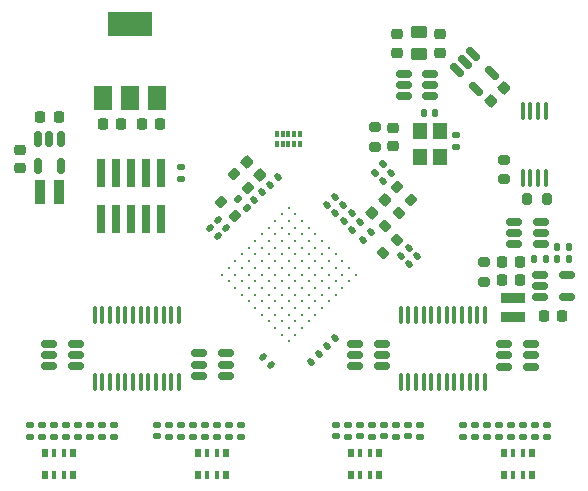
<source format=gbr>
%TF.GenerationSoftware,KiCad,Pcbnew,7.0.6*%
%TF.CreationDate,2023-10-15T13:38:33+02:00*%
%TF.ProjectId,fx3lahw,6678336c-6168-4772-9e6b-696361645f70,rev?*%
%TF.SameCoordinates,Original*%
%TF.FileFunction,Paste,Top*%
%TF.FilePolarity,Positive*%
%FSLAX46Y46*%
G04 Gerber Fmt 4.6, Leading zero omitted, Abs format (unit mm)*
G04 Created by KiCad (PCBNEW 7.0.6) date 2023-10-15 13:38:33*
%MOMM*%
%LPD*%
G01*
G04 APERTURE LIST*
G04 Aperture macros list*
%AMRoundRect*
0 Rectangle with rounded corners*
0 $1 Rounding radius*
0 $2 $3 $4 $5 $6 $7 $8 $9 X,Y pos of 4 corners*
0 Add a 4 corners polygon primitive as box body*
4,1,4,$2,$3,$4,$5,$6,$7,$8,$9,$2,$3,0*
0 Add four circle primitives for the rounded corners*
1,1,$1+$1,$2,$3*
1,1,$1+$1,$4,$5*
1,1,$1+$1,$6,$7*
1,1,$1+$1,$8,$9*
0 Add four rect primitives between the rounded corners*
20,1,$1+$1,$2,$3,$4,$5,0*
20,1,$1+$1,$4,$5,$6,$7,0*
20,1,$1+$1,$6,$7,$8,$9,0*
20,1,$1+$1,$8,$9,$2,$3,0*%
G04 Aperture macros list end*
%ADD10RoundRect,0.140000X0.219203X0.021213X0.021213X0.219203X-0.219203X-0.021213X-0.021213X-0.219203X0*%
%ADD11RoundRect,0.135000X-0.135000X-0.185000X0.135000X-0.185000X0.135000X0.185000X-0.135000X0.185000X0*%
%ADD12RoundRect,0.140000X-0.140000X-0.170000X0.140000X-0.170000X0.140000X0.170000X-0.140000X0.170000X0*%
%ADD13RoundRect,0.140000X0.021213X-0.219203X0.219203X-0.021213X-0.021213X0.219203X-0.219203X0.021213X0*%
%ADD14R,1.500000X2.000000*%
%ADD15R,3.800000X2.000000*%
%ADD16RoundRect,0.150000X0.512500X0.150000X-0.512500X0.150000X-0.512500X-0.150000X0.512500X-0.150000X0*%
%ADD17R,0.300000X0.550000*%
%ADD18R,0.400000X0.550000*%
%ADD19RoundRect,0.150000X-0.512500X-0.150000X0.512500X-0.150000X0.512500X0.150000X-0.512500X0.150000X0*%
%ADD20C,0.320200*%
%ADD21RoundRect,0.135000X0.185000X-0.135000X0.185000X0.135000X-0.185000X0.135000X-0.185000X-0.135000X0*%
%ADD22RoundRect,0.140000X0.170000X-0.140000X0.170000X0.140000X-0.170000X0.140000X-0.170000X-0.140000X0*%
%ADD23RoundRect,0.135000X0.135000X0.185000X-0.135000X0.185000X-0.135000X-0.185000X0.135000X-0.185000X0*%
%ADD24RoundRect,0.100000X-0.100000X0.637500X-0.100000X-0.637500X0.100000X-0.637500X0.100000X0.637500X0*%
%ADD25R,0.500000X0.800000*%
%ADD26R,0.400000X0.800000*%
%ADD27RoundRect,0.200000X0.053033X-0.335876X0.335876X-0.053033X-0.053033X0.335876X-0.335876X0.053033X0*%
%ADD28RoundRect,0.225000X-0.017678X0.335876X-0.335876X0.017678X0.017678X-0.335876X0.335876X-0.017678X0*%
%ADD29R,2.000000X0.850000*%
%ADD30RoundRect,0.140000X-0.021213X0.219203X-0.219203X0.021213X0.021213X-0.219203X0.219203X-0.021213X0*%
%ADD31RoundRect,0.135000X-0.035355X0.226274X-0.226274X0.035355X0.035355X-0.226274X0.226274X-0.035355X0*%
%ADD32RoundRect,0.225000X0.225000X0.250000X-0.225000X0.250000X-0.225000X-0.250000X0.225000X-0.250000X0*%
%ADD33RoundRect,0.200000X0.200000X0.275000X-0.200000X0.275000X-0.200000X-0.275000X0.200000X-0.275000X0*%
%ADD34RoundRect,0.200000X-0.275000X0.200000X-0.275000X-0.200000X0.275000X-0.200000X0.275000X0.200000X0*%
%ADD35RoundRect,0.225000X-0.225000X-0.250000X0.225000X-0.250000X0.225000X0.250000X-0.225000X0.250000X0*%
%ADD36RoundRect,0.200000X0.335876X0.053033X0.053033X0.335876X-0.335876X-0.053033X-0.053033X-0.335876X0*%
%ADD37R,0.850000X2.000000*%
%ADD38RoundRect,0.225000X0.250000X-0.225000X0.250000X0.225000X-0.250000X0.225000X-0.250000X-0.225000X0*%
%ADD39RoundRect,0.135000X0.226274X0.035355X0.035355X0.226274X-0.226274X-0.035355X-0.035355X-0.226274X0*%
%ADD40RoundRect,0.225000X0.017678X-0.335876X0.335876X-0.017678X-0.017678X0.335876X-0.335876X0.017678X0*%
%ADD41RoundRect,0.225000X0.335876X0.017678X0.017678X0.335876X-0.335876X-0.017678X-0.017678X-0.335876X0*%
%ADD42RoundRect,0.250000X0.450000X-0.262500X0.450000X0.262500X-0.450000X0.262500X-0.450000X-0.262500X0*%
%ADD43R,0.740000X2.400000*%
%ADD44RoundRect,0.225000X-0.250000X0.225000X-0.250000X-0.225000X0.250000X-0.225000X0.250000X0.225000X0*%
%ADD45R,1.200000X1.400000*%
%ADD46RoundRect,0.135000X-0.185000X0.135000X-0.185000X-0.135000X0.185000X-0.135000X0.185000X0.135000X0*%
%ADD47RoundRect,0.150000X-0.468458X0.256326X0.256326X-0.468458X0.468458X-0.256326X-0.256326X0.468458X0*%
%ADD48RoundRect,0.140000X-0.219203X-0.021213X-0.021213X-0.219203X0.219203X0.021213X0.021213X0.219203X0*%
%ADD49RoundRect,0.150000X-0.150000X0.512500X-0.150000X-0.512500X0.150000X-0.512500X0.150000X0.512500X0*%
%ADD50RoundRect,0.200000X-0.335876X-0.053033X-0.053033X-0.335876X0.335876X0.053033X0.053033X0.335876X0*%
G04 APERTURE END LIST*
D10*
%TO.C,C13*%
X76989411Y-166989411D03*
X76310589Y-166310589D03*
%TD*%
D11*
%TO.C,R6*%
X103052500Y-169634000D03*
X104072500Y-169634000D03*
%TD*%
D12*
%TO.C,C1*%
X93720000Y-157300000D03*
X94680000Y-157300000D03*
%TD*%
D13*
%TO.C,C14*%
X79360589Y-164639411D03*
X80039411Y-163960589D03*
%TD*%
D14*
%TO.C,U8*%
X66509000Y-156016000D03*
X68809000Y-156016000D03*
D15*
X68809000Y-149716000D03*
D14*
X71109000Y-156016000D03*
%TD*%
D16*
%TO.C,U10*%
X103603500Y-168376000D03*
X103603500Y-167426000D03*
X103603500Y-166476000D03*
X101328500Y-166476000D03*
X101328500Y-167426000D03*
X101328500Y-168376000D03*
%TD*%
D17*
%TO.C,U3*%
X83235000Y-159099000D03*
X82735000Y-159099000D03*
D18*
X82235000Y-159099000D03*
D17*
X81735000Y-159099000D03*
X81235000Y-159099000D03*
X81235000Y-159869000D03*
X81735000Y-159869000D03*
D18*
X82235000Y-159869000D03*
D17*
X82735000Y-159869000D03*
X83235000Y-159869000D03*
%TD*%
D19*
%TO.C,U13*%
X74697500Y-177634000D03*
X74697500Y-178584000D03*
X74697500Y-179534000D03*
X76972500Y-179534000D03*
X76972500Y-178584000D03*
X76972500Y-177634000D03*
%TD*%
D20*
%TO.C,U1*%
X82266000Y-165300517D03*
X82831685Y-165866202D03*
X83397371Y-166431888D03*
X83963056Y-166997573D03*
X84528742Y-167563258D03*
X85094427Y-168128944D03*
X85660113Y-168694629D03*
X86225798Y-169260315D03*
X86791483Y-169826000D03*
X87357169Y-170391686D03*
X87922854Y-170957371D03*
X81700315Y-165866202D03*
X82266000Y-166431888D03*
X82831685Y-166997573D03*
X83397371Y-167563258D03*
X83963056Y-168128944D03*
X84528742Y-168694629D03*
X85094427Y-169260315D03*
X85660113Y-169826000D03*
X86225798Y-170391686D03*
X86791483Y-170957371D03*
X87357169Y-171523056D03*
X81134629Y-166431888D03*
X81700315Y-166997573D03*
X82266000Y-167563258D03*
X82831685Y-168128944D03*
X83397371Y-168694629D03*
X83963056Y-169260315D03*
X84528742Y-169826000D03*
X85094427Y-170391686D03*
X85660113Y-170957371D03*
X86225798Y-171523056D03*
X86791483Y-172088742D03*
X80568944Y-166997573D03*
X81134629Y-167563258D03*
X81700315Y-168128944D03*
X82266000Y-168694629D03*
X82831685Y-169260315D03*
X83397371Y-169826000D03*
X83963056Y-170391686D03*
X84528742Y-170957371D03*
X85094427Y-171523056D03*
X85660113Y-172088742D03*
X86225798Y-172654427D03*
X80003258Y-167563258D03*
X80568944Y-168128944D03*
X81134629Y-168694629D03*
X81700315Y-169260315D03*
X82266000Y-169826000D03*
X82831685Y-170391686D03*
X83397371Y-170957371D03*
X83963056Y-171523056D03*
X84528742Y-172088742D03*
X85094427Y-172654427D03*
X85660113Y-173220113D03*
X79437573Y-168128944D03*
X80003258Y-168694629D03*
X80568944Y-169260315D03*
X81134629Y-169826000D03*
X81700315Y-170391686D03*
X82266000Y-170957371D03*
X82831685Y-171523056D03*
X83397371Y-172088742D03*
X83963056Y-172654427D03*
X84528742Y-173220113D03*
X85094427Y-173785798D03*
X78871887Y-168694629D03*
X79437573Y-169260315D03*
X80003258Y-169826000D03*
X80568944Y-170391686D03*
X81134629Y-170957371D03*
X81700315Y-171523056D03*
X82266000Y-172088742D03*
X82831685Y-172654427D03*
X83397371Y-173220113D03*
X83963056Y-173785798D03*
X84528742Y-174351484D03*
X78306202Y-169260315D03*
X78871887Y-169826000D03*
X79437573Y-170391686D03*
X80003258Y-170957371D03*
X80568944Y-171523056D03*
X81134629Y-172088742D03*
X81700315Y-172654427D03*
X82266000Y-173220113D03*
X82831685Y-173785798D03*
X83397371Y-174351484D03*
X83963056Y-174917169D03*
X77740517Y-169826000D03*
X78306202Y-170391686D03*
X78871887Y-170957371D03*
X79437573Y-171523056D03*
X80003258Y-172088742D03*
X80568944Y-172654427D03*
X81134629Y-173220113D03*
X81700315Y-173785798D03*
X82266000Y-174351484D03*
X82831685Y-174917169D03*
X83397371Y-175482854D03*
X77174831Y-170391686D03*
X77740517Y-170957371D03*
X78306202Y-171523056D03*
X78871887Y-172088742D03*
X79437573Y-172654427D03*
X80003258Y-173220113D03*
X80568944Y-173785798D03*
X81134629Y-174351484D03*
X81700315Y-174917169D03*
X82266000Y-175482854D03*
X82831685Y-176048540D03*
X76609146Y-170957371D03*
X77174831Y-171523056D03*
X77740517Y-172088742D03*
X78306202Y-172654427D03*
X78871887Y-173220113D03*
X79437573Y-173785798D03*
X80003258Y-174351484D03*
X80568944Y-174917169D03*
X81134629Y-175482854D03*
X81700315Y-176048540D03*
X82266000Y-176614225D03*
%TD*%
D21*
%TO.C,R15*%
X78200000Y-184710000D03*
X78200000Y-183690000D03*
%TD*%
D22*
%TO.C,C43*%
X73120000Y-184680000D03*
X73120000Y-183720000D03*
%TD*%
%TO.C,C47*%
X88310001Y-184650001D03*
X88310001Y-183690001D03*
%TD*%
%TO.C,C37*%
X60368000Y-184680000D03*
X60368000Y-183720000D03*
%TD*%
D23*
%TO.C,R8*%
X105976000Y-168634000D03*
X104956000Y-168634000D03*
%TD*%
D21*
%TO.C,R25*%
X102068000Y-184710000D03*
X102068000Y-183690000D03*
%TD*%
D22*
%TO.C,C52*%
X101052000Y-184680000D03*
X101052000Y-183720000D03*
%TD*%
%TO.C,C39*%
X66464000Y-184680000D03*
X66464000Y-183720000D03*
%TD*%
%TO.C,C46*%
X92374001Y-184650001D03*
X92374001Y-183690001D03*
%TD*%
D24*
%TO.C,U7*%
X98891001Y-174355500D03*
X98241001Y-174355500D03*
X97591001Y-174355500D03*
X96941001Y-174355500D03*
X96291001Y-174355500D03*
X95641001Y-174355500D03*
X94991001Y-174355500D03*
X94341001Y-174355500D03*
X93691001Y-174355500D03*
X93041001Y-174355500D03*
X92391001Y-174355500D03*
X91741001Y-174355500D03*
X91741001Y-180080500D03*
X92391001Y-180080500D03*
X93041001Y-180080500D03*
X93691001Y-180080500D03*
X94341001Y-180080500D03*
X94991001Y-180080500D03*
X95641001Y-180080500D03*
X96291001Y-180080500D03*
X96941001Y-180080500D03*
X97591001Y-180080500D03*
X98241001Y-180080500D03*
X98891001Y-180080500D03*
%TD*%
D25*
%TO.C,RN1*%
X64004000Y-186097001D03*
D26*
X63204000Y-186097001D03*
X62404000Y-186097001D03*
D25*
X61604000Y-186097001D03*
X61604000Y-187897001D03*
D26*
X62404000Y-187897001D03*
X63204000Y-187897001D03*
D25*
X64004000Y-187897001D03*
%TD*%
D27*
%TO.C,R4*%
X90281049Y-169164857D03*
X91447775Y-167998131D03*
%TD*%
D22*
%TO.C,C45*%
X86278001Y-184650001D03*
X86278001Y-183690001D03*
%TD*%
D24*
%TO.C,U11*%
X104014975Y-157086507D03*
X103364975Y-157086507D03*
X102714975Y-157086507D03*
X102064975Y-157086507D03*
X102064975Y-162811507D03*
X102714975Y-162811507D03*
X103364975Y-162811507D03*
X104014975Y-162811507D03*
%TD*%
D28*
%TO.C,C6*%
X100500504Y-155187134D03*
X99404488Y-156283150D03*
%TD*%
D29*
%TO.C,L2*%
X101272500Y-174559000D03*
X101272500Y-172909000D03*
%TD*%
D19*
%TO.C,U15*%
X100462500Y-176850000D03*
X100462500Y-177800000D03*
X100462500Y-178750000D03*
X102737500Y-178750000D03*
X102737500Y-177800000D03*
X102737500Y-176850000D03*
%TD*%
D16*
%TO.C,U4*%
X94255389Y-155857368D03*
X94255389Y-154907368D03*
X94255389Y-153957368D03*
X91980389Y-153957368D03*
X91980389Y-154907368D03*
X91980389Y-155857368D03*
%TD*%
D30*
%TO.C,C11*%
X87605411Y-165786589D03*
X86926589Y-166465411D03*
%TD*%
D31*
%TO.C,R2*%
X90260624Y-161639376D03*
X89539376Y-162360624D03*
%TD*%
D21*
%TO.C,R16*%
X74136000Y-184710000D03*
X74136000Y-183690000D03*
%TD*%
D32*
%TO.C,C12*%
X68060000Y-158200000D03*
X66510000Y-158200000D03*
%TD*%
D21*
%TO.C,R19*%
X93390001Y-184680001D03*
X93390001Y-183660001D03*
%TD*%
D30*
%TO.C,C23*%
X81339411Y-162660589D03*
X80660589Y-163339411D03*
%TD*%
D33*
%TO.C,R10*%
X104104975Y-164565007D03*
X102454975Y-164565007D03*
%TD*%
D34*
%TO.C,R9*%
X100479975Y-161240007D03*
X100479975Y-162890007D03*
%TD*%
D35*
%TO.C,C36*%
X100297500Y-169934000D03*
X101847500Y-169934000D03*
%TD*%
D21*
%TO.C,R23*%
X104100000Y-184710000D03*
X104100000Y-183690000D03*
%TD*%
D35*
%TO.C,C35*%
X100297500Y-171434000D03*
X101847500Y-171434000D03*
%TD*%
D21*
%TO.C,R21*%
X91358001Y-184682001D03*
X91358001Y-183662001D03*
%TD*%
D36*
%TO.C,R3*%
X77683363Y-165983363D03*
X76516637Y-164816637D03*
%TD*%
D22*
%TO.C,C38*%
X62400000Y-184680000D03*
X62400000Y-183720000D03*
%TD*%
D19*
%TO.C,U9*%
X103535000Y-170984000D03*
X103535000Y-171934000D03*
X103535000Y-172884000D03*
X105810000Y-172884000D03*
X105810000Y-170984000D03*
%TD*%
D21*
%TO.C,R5*%
X61384000Y-184710000D03*
X61384000Y-183690000D03*
%TD*%
%TO.C,R13*%
X65448000Y-184710000D03*
X65448000Y-183690000D03*
%TD*%
D11*
%TO.C,R7*%
X104962500Y-169634000D03*
X105982500Y-169634000D03*
%TD*%
D32*
%TO.C,C34*%
X105441000Y-174434000D03*
X103891000Y-174434000D03*
%TD*%
D37*
%TO.C,L1*%
X62844000Y-163968001D03*
X61194000Y-163968001D03*
%TD*%
D21*
%TO.C,R20*%
X89326001Y-184680001D03*
X89326001Y-183660001D03*
%TD*%
D38*
%TO.C,C7*%
X59479000Y-161949001D03*
X59479000Y-160399001D03*
%TD*%
D30*
%TO.C,C26*%
X84839411Y-177660589D03*
X84160589Y-178339411D03*
%TD*%
D39*
%TO.C,R1*%
X78710624Y-165310624D03*
X77989376Y-164589376D03*
%TD*%
D21*
%TO.C,R24*%
X100036000Y-184708000D03*
X100036000Y-183688000D03*
%TD*%
D40*
%TO.C,C20*%
X89351992Y-165748008D03*
X90448008Y-164651992D03*
%TD*%
D41*
%TO.C,C22*%
X79798008Y-162548008D03*
X78701992Y-161451992D03*
%TD*%
D34*
%TO.C,R26*%
X98772500Y-169909000D03*
X98772500Y-171559000D03*
%TD*%
D21*
%TO.C,R18*%
X87294001Y-184680001D03*
X87294001Y-183660001D03*
%TD*%
D13*
%TO.C,C29*%
X91769508Y-169373453D03*
X92448330Y-168694631D03*
%TD*%
D42*
%TO.C,FB1*%
X93259500Y-152256129D03*
X93259500Y-150431129D03*
%TD*%
D13*
%TO.C,C18*%
X85460589Y-177039411D03*
X86139411Y-176360589D03*
%TD*%
D16*
%TO.C,U14*%
X90180501Y-178734000D03*
X90180501Y-177784000D03*
X90180501Y-176834000D03*
X87905501Y-176834000D03*
X87905501Y-177784000D03*
X87905501Y-178734000D03*
%TD*%
D25*
%TO.C,RN3*%
X89912001Y-186097001D03*
D26*
X89112001Y-186097001D03*
X88312001Y-186097001D03*
D25*
X87512001Y-186097001D03*
X87512001Y-187897001D03*
D26*
X88312001Y-187897001D03*
X89112001Y-187897001D03*
D25*
X89912001Y-187897001D03*
%TD*%
D21*
%TO.C,R17*%
X76168000Y-184710000D03*
X76168000Y-183690000D03*
%TD*%
D25*
%TO.C,RN4*%
X102866000Y-186097000D03*
D26*
X102066000Y-186097000D03*
X101266000Y-186097000D03*
D25*
X100466000Y-186097000D03*
X100466000Y-187897000D03*
D26*
X101266000Y-187897000D03*
X102066000Y-187897000D03*
D25*
X102866000Y-187897000D03*
%TD*%
D24*
%TO.C,U12*%
X72983000Y-174355500D03*
X72333000Y-174355500D03*
X71683000Y-174355500D03*
X71033000Y-174355500D03*
X70383000Y-174355500D03*
X69733000Y-174355500D03*
X69083000Y-174355500D03*
X68433000Y-174355500D03*
X67783000Y-174355500D03*
X67133000Y-174355500D03*
X66483000Y-174355500D03*
X65833000Y-174355500D03*
X65833000Y-180080500D03*
X66483000Y-180080500D03*
X67133000Y-180080500D03*
X67783000Y-180080500D03*
X68433000Y-180080500D03*
X69083000Y-180080500D03*
X69733000Y-180080500D03*
X70383000Y-180080500D03*
X71033000Y-180080500D03*
X71683000Y-180080500D03*
X72333000Y-180080500D03*
X72983000Y-180080500D03*
%TD*%
D43*
%TO.C,J7*%
X71440000Y-162350000D03*
X71440000Y-166250000D03*
X70170000Y-162350000D03*
X70170000Y-166250000D03*
X68900000Y-162350000D03*
X68900000Y-166250000D03*
X67630000Y-162350000D03*
X67630000Y-166250000D03*
X66360000Y-162350000D03*
X66360000Y-166250000D03*
%TD*%
D30*
%TO.C,C10*%
X86886991Y-165068169D03*
X86208169Y-165746991D03*
%TD*%
D22*
%TO.C,C48*%
X90342001Y-184650001D03*
X90342001Y-183690001D03*
%TD*%
%TO.C,C51*%
X99020000Y-184680000D03*
X99020000Y-183720000D03*
%TD*%
D13*
%TO.C,C15*%
X92469508Y-170073453D03*
X93148330Y-169394631D03*
%TD*%
D38*
%TO.C,C5*%
X91459500Y-152176629D03*
X91459500Y-150626629D03*
%TD*%
D44*
%TO.C,C4*%
X95028500Y-150626629D03*
X95028500Y-152176629D03*
%TD*%
D21*
%TO.C,R22*%
X98004000Y-184710000D03*
X98004000Y-183690000D03*
%TD*%
D25*
%TO.C,RN2*%
X76957999Y-186097000D03*
D26*
X76157999Y-186097000D03*
X75357999Y-186097000D03*
D25*
X74557999Y-186097000D03*
X74557999Y-187897000D03*
D26*
X75357999Y-187897000D03*
X76157999Y-187897000D03*
D25*
X76957999Y-187897000D03*
%TD*%
D45*
%TO.C,Y1*%
X95050000Y-161000000D03*
X95050000Y-158800000D03*
X93350000Y-158800000D03*
X93350000Y-161000000D03*
%TD*%
D22*
%TO.C,C2*%
X96400000Y-160128528D03*
X96400000Y-159168528D03*
%TD*%
%TO.C,C41*%
X71088000Y-184652000D03*
X71088000Y-183692000D03*
%TD*%
D46*
%TO.C,R27*%
X73100000Y-161880001D03*
X73100000Y-162900001D03*
%TD*%
D47*
%TO.C,U2*%
X97840014Y-152279158D03*
X97168263Y-152950909D03*
X96496512Y-153622660D03*
X98105180Y-155231328D03*
X99448682Y-153887826D03*
%TD*%
D27*
%TO.C,FB2*%
X90416637Y-166883363D03*
X91583363Y-165716637D03*
%TD*%
D48*
%TO.C,C17*%
X80060589Y-177960589D03*
X80739411Y-178639411D03*
%TD*%
D32*
%TO.C,C9*%
X71375000Y-158200000D03*
X69825000Y-158200000D03*
%TD*%
D13*
%TO.C,C3*%
X90210589Y-163039411D03*
X90889411Y-162360589D03*
%TD*%
D36*
%TO.C,FB3*%
X92583363Y-164683363D03*
X91416637Y-163516637D03*
%TD*%
D13*
%TO.C,C19*%
X88526589Y-167996782D03*
X89205411Y-167317960D03*
%TD*%
D34*
%TO.C,FB5*%
X89600000Y-158500000D03*
X89600000Y-160150000D03*
%TD*%
D38*
%TO.C,C24*%
X91100000Y-160100000D03*
X91100000Y-158550000D03*
%TD*%
D10*
%TO.C,C28*%
X76289411Y-167689411D03*
X75610589Y-167010589D03*
%TD*%
D22*
%TO.C,C42*%
X77184000Y-184680000D03*
X77184000Y-183720000D03*
%TD*%
D16*
%TO.C,U6*%
X64272500Y-178734000D03*
X64272500Y-177784000D03*
X64272500Y-176834000D03*
X61997500Y-176834000D03*
X61997500Y-177784000D03*
X61997500Y-178734000D03*
%TD*%
D49*
%TO.C,U5*%
X62950000Y-159462500D03*
X62000000Y-159462500D03*
X61050000Y-159462500D03*
X61050000Y-161737500D03*
X62950000Y-161737500D03*
%TD*%
D21*
%TO.C,R11*%
X63416000Y-184710000D03*
X63416000Y-183690000D03*
%TD*%
D13*
%TO.C,C21*%
X87626589Y-167165411D03*
X88305411Y-166486589D03*
%TD*%
D21*
%TO.C,R14*%
X72104000Y-184710000D03*
X72104000Y-183690000D03*
%TD*%
D32*
%TO.C,C8*%
X62794000Y-157618001D03*
X61244000Y-157618001D03*
%TD*%
D22*
%TO.C,C49*%
X96988000Y-184680000D03*
X96988000Y-183720000D03*
%TD*%
%TO.C,C44*%
X75152000Y-184680000D03*
X75152000Y-183720000D03*
%TD*%
%TO.C,C40*%
X64432000Y-184680000D03*
X64432000Y-183720000D03*
%TD*%
D13*
%TO.C,C25*%
X85526589Y-165065411D03*
X86205411Y-164386589D03*
%TD*%
D22*
%TO.C,C50*%
X103084000Y-184680000D03*
X103084000Y-183720000D03*
%TD*%
D21*
%TO.C,R12*%
X67480000Y-184710000D03*
X67480000Y-183690000D03*
%TD*%
D50*
%TO.C,FB4*%
X77616637Y-162466637D03*
X78783363Y-163633363D03*
%TD*%
M02*

</source>
